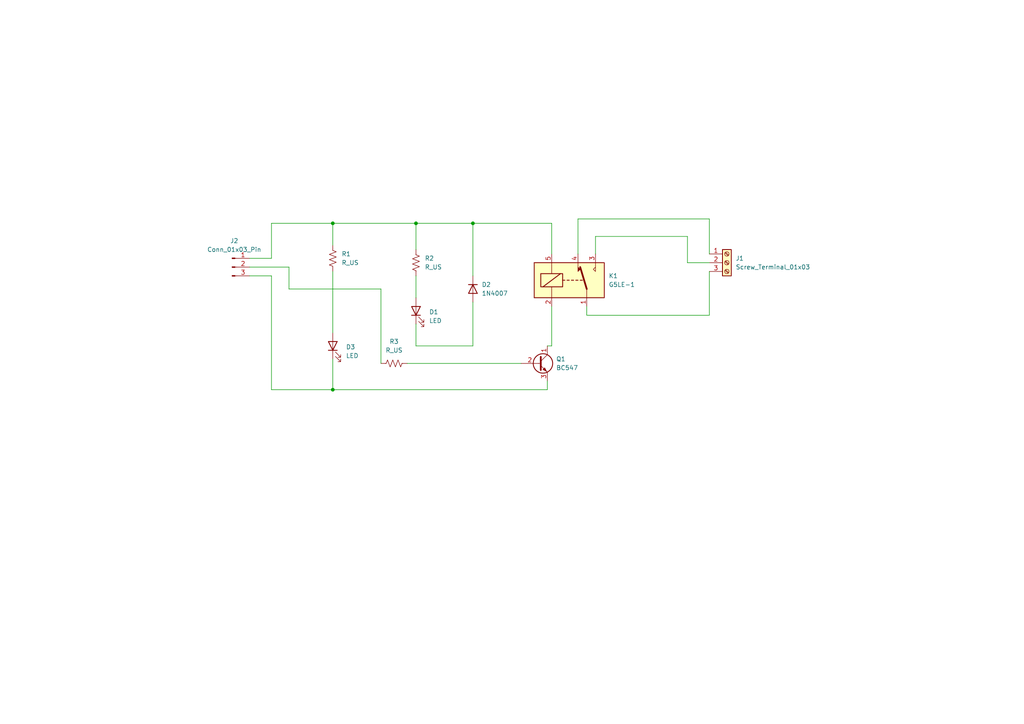
<source format=kicad_sch>
(kicad_sch
	(version 20231120)
	(generator "eeschema")
	(generator_version "8.0")
	(uuid "8e4b938e-9439-4507-86e5-ef843eae385c")
	(paper "A4")
	(lib_symbols
		(symbol "Connector:Conn_01x03_Pin"
			(pin_names
				(offset 1.016) hide)
			(exclude_from_sim no)
			(in_bom yes)
			(on_board yes)
			(property "Reference" "J"
				(at 0 5.08 0)
				(effects
					(font
						(size 1.27 1.27)
					)
				)
			)
			(property "Value" "Conn_01x03_Pin"
				(at 0 -5.08 0)
				(effects
					(font
						(size 1.27 1.27)
					)
				)
			)
			(property "Footprint" ""
				(at 0 0 0)
				(effects
					(font
						(size 1.27 1.27)
					)
					(hide yes)
				)
			)
			(property "Datasheet" "~"
				(at 0 0 0)
				(effects
					(font
						(size 1.27 1.27)
					)
					(hide yes)
				)
			)
			(property "Description" "Generic connector, single row, 01x03, script generated"
				(at 0 0 0)
				(effects
					(font
						(size 1.27 1.27)
					)
					(hide yes)
				)
			)
			(property "ki_locked" ""
				(at 0 0 0)
				(effects
					(font
						(size 1.27 1.27)
					)
				)
			)
			(property "ki_keywords" "connector"
				(at 0 0 0)
				(effects
					(font
						(size 1.27 1.27)
					)
					(hide yes)
				)
			)
			(property "ki_fp_filters" "Connector*:*_1x??_*"
				(at 0 0 0)
				(effects
					(font
						(size 1.27 1.27)
					)
					(hide yes)
				)
			)
			(symbol "Conn_01x03_Pin_1_1"
				(polyline
					(pts
						(xy 1.27 -2.54) (xy 0.8636 -2.54)
					)
					(stroke
						(width 0.1524)
						(type default)
					)
					(fill
						(type none)
					)
				)
				(polyline
					(pts
						(xy 1.27 0) (xy 0.8636 0)
					)
					(stroke
						(width 0.1524)
						(type default)
					)
					(fill
						(type none)
					)
				)
				(polyline
					(pts
						(xy 1.27 2.54) (xy 0.8636 2.54)
					)
					(stroke
						(width 0.1524)
						(type default)
					)
					(fill
						(type none)
					)
				)
				(rectangle
					(start 0.8636 -2.413)
					(end 0 -2.667)
					(stroke
						(width 0.1524)
						(type default)
					)
					(fill
						(type outline)
					)
				)
				(rectangle
					(start 0.8636 0.127)
					(end 0 -0.127)
					(stroke
						(width 0.1524)
						(type default)
					)
					(fill
						(type outline)
					)
				)
				(rectangle
					(start 0.8636 2.667)
					(end 0 2.413)
					(stroke
						(width 0.1524)
						(type default)
					)
					(fill
						(type outline)
					)
				)
				(pin passive line
					(at 5.08 2.54 180)
					(length 3.81)
					(name "Pin_1"
						(effects
							(font
								(size 1.27 1.27)
							)
						)
					)
					(number "1"
						(effects
							(font
								(size 1.27 1.27)
							)
						)
					)
				)
				(pin passive line
					(at 5.08 0 180)
					(length 3.81)
					(name "Pin_2"
						(effects
							(font
								(size 1.27 1.27)
							)
						)
					)
					(number "2"
						(effects
							(font
								(size 1.27 1.27)
							)
						)
					)
				)
				(pin passive line
					(at 5.08 -2.54 180)
					(length 3.81)
					(name "Pin_3"
						(effects
							(font
								(size 1.27 1.27)
							)
						)
					)
					(number "3"
						(effects
							(font
								(size 1.27 1.27)
							)
						)
					)
				)
			)
		)
		(symbol "Connector:Screw_Terminal_01x03"
			(pin_names
				(offset 1.016) hide)
			(exclude_from_sim no)
			(in_bom yes)
			(on_board yes)
			(property "Reference" "J"
				(at 0 5.08 0)
				(effects
					(font
						(size 1.27 1.27)
					)
				)
			)
			(property "Value" "Screw_Terminal_01x03"
				(at 0 -5.08 0)
				(effects
					(font
						(size 1.27 1.27)
					)
				)
			)
			(property "Footprint" ""
				(at 0 0 0)
				(effects
					(font
						(size 1.27 1.27)
					)
					(hide yes)
				)
			)
			(property "Datasheet" "~"
				(at 0 0 0)
				(effects
					(font
						(size 1.27 1.27)
					)
					(hide yes)
				)
			)
			(property "Description" "Generic screw terminal, single row, 01x03, script generated (kicad-library-utils/schlib/autogen/connector/)"
				(at 0 0 0)
				(effects
					(font
						(size 1.27 1.27)
					)
					(hide yes)
				)
			)
			(property "ki_keywords" "screw terminal"
				(at 0 0 0)
				(effects
					(font
						(size 1.27 1.27)
					)
					(hide yes)
				)
			)
			(property "ki_fp_filters" "TerminalBlock*:*"
				(at 0 0 0)
				(effects
					(font
						(size 1.27 1.27)
					)
					(hide yes)
				)
			)
			(symbol "Screw_Terminal_01x03_1_1"
				(rectangle
					(start -1.27 3.81)
					(end 1.27 -3.81)
					(stroke
						(width 0.254)
						(type default)
					)
					(fill
						(type background)
					)
				)
				(circle
					(center 0 -2.54)
					(radius 0.635)
					(stroke
						(width 0.1524)
						(type default)
					)
					(fill
						(type none)
					)
				)
				(polyline
					(pts
						(xy -0.5334 -2.2098) (xy 0.3302 -3.048)
					)
					(stroke
						(width 0.1524)
						(type default)
					)
					(fill
						(type none)
					)
				)
				(polyline
					(pts
						(xy -0.5334 0.3302) (xy 0.3302 -0.508)
					)
					(stroke
						(width 0.1524)
						(type default)
					)
					(fill
						(type none)
					)
				)
				(polyline
					(pts
						(xy -0.5334 2.8702) (xy 0.3302 2.032)
					)
					(stroke
						(width 0.1524)
						(type default)
					)
					(fill
						(type none)
					)
				)
				(polyline
					(pts
						(xy -0.3556 -2.032) (xy 0.508 -2.8702)
					)
					(stroke
						(width 0.1524)
						(type default)
					)
					(fill
						(type none)
					)
				)
				(polyline
					(pts
						(xy -0.3556 0.508) (xy 0.508 -0.3302)
					)
					(stroke
						(width 0.1524)
						(type default)
					)
					(fill
						(type none)
					)
				)
				(polyline
					(pts
						(xy -0.3556 3.048) (xy 0.508 2.2098)
					)
					(stroke
						(width 0.1524)
						(type default)
					)
					(fill
						(type none)
					)
				)
				(circle
					(center 0 0)
					(radius 0.635)
					(stroke
						(width 0.1524)
						(type default)
					)
					(fill
						(type none)
					)
				)
				(circle
					(center 0 2.54)
					(radius 0.635)
					(stroke
						(width 0.1524)
						(type default)
					)
					(fill
						(type none)
					)
				)
				(pin passive line
					(at -5.08 2.54 0)
					(length 3.81)
					(name "Pin_1"
						(effects
							(font
								(size 1.27 1.27)
							)
						)
					)
					(number "1"
						(effects
							(font
								(size 1.27 1.27)
							)
						)
					)
				)
				(pin passive line
					(at -5.08 0 0)
					(length 3.81)
					(name "Pin_2"
						(effects
							(font
								(size 1.27 1.27)
							)
						)
					)
					(number "2"
						(effects
							(font
								(size 1.27 1.27)
							)
						)
					)
				)
				(pin passive line
					(at -5.08 -2.54 0)
					(length 3.81)
					(name "Pin_3"
						(effects
							(font
								(size 1.27 1.27)
							)
						)
					)
					(number "3"
						(effects
							(font
								(size 1.27 1.27)
							)
						)
					)
				)
			)
		)
		(symbol "Device:LED"
			(pin_numbers hide)
			(pin_names
				(offset 1.016) hide)
			(exclude_from_sim no)
			(in_bom yes)
			(on_board yes)
			(property "Reference" "D"
				(at 0 2.54 0)
				(effects
					(font
						(size 1.27 1.27)
					)
				)
			)
			(property "Value" "LED"
				(at 0 -2.54 0)
				(effects
					(font
						(size 1.27 1.27)
					)
				)
			)
			(property "Footprint" ""
				(at 0 0 0)
				(effects
					(font
						(size 1.27 1.27)
					)
					(hide yes)
				)
			)
			(property "Datasheet" "~"
				(at 0 0 0)
				(effects
					(font
						(size 1.27 1.27)
					)
					(hide yes)
				)
			)
			(property "Description" "Light emitting diode"
				(at 0 0 0)
				(effects
					(font
						(size 1.27 1.27)
					)
					(hide yes)
				)
			)
			(property "ki_keywords" "LED diode"
				(at 0 0 0)
				(effects
					(font
						(size 1.27 1.27)
					)
					(hide yes)
				)
			)
			(property "ki_fp_filters" "LED* LED_SMD:* LED_THT:*"
				(at 0 0 0)
				(effects
					(font
						(size 1.27 1.27)
					)
					(hide yes)
				)
			)
			(symbol "LED_0_1"
				(polyline
					(pts
						(xy -1.27 -1.27) (xy -1.27 1.27)
					)
					(stroke
						(width 0.254)
						(type default)
					)
					(fill
						(type none)
					)
				)
				(polyline
					(pts
						(xy -1.27 0) (xy 1.27 0)
					)
					(stroke
						(width 0)
						(type default)
					)
					(fill
						(type none)
					)
				)
				(polyline
					(pts
						(xy 1.27 -1.27) (xy 1.27 1.27) (xy -1.27 0) (xy 1.27 -1.27)
					)
					(stroke
						(width 0.254)
						(type default)
					)
					(fill
						(type none)
					)
				)
				(polyline
					(pts
						(xy -3.048 -0.762) (xy -4.572 -2.286) (xy -3.81 -2.286) (xy -4.572 -2.286) (xy -4.572 -1.524)
					)
					(stroke
						(width 0)
						(type default)
					)
					(fill
						(type none)
					)
				)
				(polyline
					(pts
						(xy -1.778 -0.762) (xy -3.302 -2.286) (xy -2.54 -2.286) (xy -3.302 -2.286) (xy -3.302 -1.524)
					)
					(stroke
						(width 0)
						(type default)
					)
					(fill
						(type none)
					)
				)
			)
			(symbol "LED_1_1"
				(pin passive line
					(at -3.81 0 0)
					(length 2.54)
					(name "K"
						(effects
							(font
								(size 1.27 1.27)
							)
						)
					)
					(number "1"
						(effects
							(font
								(size 1.27 1.27)
							)
						)
					)
				)
				(pin passive line
					(at 3.81 0 180)
					(length 2.54)
					(name "A"
						(effects
							(font
								(size 1.27 1.27)
							)
						)
					)
					(number "2"
						(effects
							(font
								(size 1.27 1.27)
							)
						)
					)
				)
			)
		)
		(symbol "Device:R_US"
			(pin_numbers hide)
			(pin_names
				(offset 0)
			)
			(exclude_from_sim no)
			(in_bom yes)
			(on_board yes)
			(property "Reference" "R"
				(at 2.54 0 90)
				(effects
					(font
						(size 1.27 1.27)
					)
				)
			)
			(property "Value" "R_US"
				(at -2.54 0 90)
				(effects
					(font
						(size 1.27 1.27)
					)
				)
			)
			(property "Footprint" ""
				(at 1.016 -0.254 90)
				(effects
					(font
						(size 1.27 1.27)
					)
					(hide yes)
				)
			)
			(property "Datasheet" "~"
				(at 0 0 0)
				(effects
					(font
						(size 1.27 1.27)
					)
					(hide yes)
				)
			)
			(property "Description" "Resistor, US symbol"
				(at 0 0 0)
				(effects
					(font
						(size 1.27 1.27)
					)
					(hide yes)
				)
			)
			(property "ki_keywords" "R res resistor"
				(at 0 0 0)
				(effects
					(font
						(size 1.27 1.27)
					)
					(hide yes)
				)
			)
			(property "ki_fp_filters" "R_*"
				(at 0 0 0)
				(effects
					(font
						(size 1.27 1.27)
					)
					(hide yes)
				)
			)
			(symbol "R_US_0_1"
				(polyline
					(pts
						(xy 0 -2.286) (xy 0 -2.54)
					)
					(stroke
						(width 0)
						(type default)
					)
					(fill
						(type none)
					)
				)
				(polyline
					(pts
						(xy 0 2.286) (xy 0 2.54)
					)
					(stroke
						(width 0)
						(type default)
					)
					(fill
						(type none)
					)
				)
				(polyline
					(pts
						(xy 0 -0.762) (xy 1.016 -1.143) (xy 0 -1.524) (xy -1.016 -1.905) (xy 0 -2.286)
					)
					(stroke
						(width 0)
						(type default)
					)
					(fill
						(type none)
					)
				)
				(polyline
					(pts
						(xy 0 0.762) (xy 1.016 0.381) (xy 0 0) (xy -1.016 -0.381) (xy 0 -0.762)
					)
					(stroke
						(width 0)
						(type default)
					)
					(fill
						(type none)
					)
				)
				(polyline
					(pts
						(xy 0 2.286) (xy 1.016 1.905) (xy 0 1.524) (xy -1.016 1.143) (xy 0 0.762)
					)
					(stroke
						(width 0)
						(type default)
					)
					(fill
						(type none)
					)
				)
			)
			(symbol "R_US_1_1"
				(pin passive line
					(at 0 3.81 270)
					(length 1.27)
					(name "~"
						(effects
							(font
								(size 1.27 1.27)
							)
						)
					)
					(number "1"
						(effects
							(font
								(size 1.27 1.27)
							)
						)
					)
				)
				(pin passive line
					(at 0 -3.81 90)
					(length 1.27)
					(name "~"
						(effects
							(font
								(size 1.27 1.27)
							)
						)
					)
					(number "2"
						(effects
							(font
								(size 1.27 1.27)
							)
						)
					)
				)
			)
		)
		(symbol "Diode:1N4007"
			(pin_numbers hide)
			(pin_names hide)
			(exclude_from_sim no)
			(in_bom yes)
			(on_board yes)
			(property "Reference" "D"
				(at 0 2.54 0)
				(effects
					(font
						(size 1.27 1.27)
					)
				)
			)
			(property "Value" "1N4007"
				(at 0 -2.54 0)
				(effects
					(font
						(size 1.27 1.27)
					)
				)
			)
			(property "Footprint" "Diode_THT:D_DO-41_SOD81_P10.16mm_Horizontal"
				(at 0 -4.445 0)
				(effects
					(font
						(size 1.27 1.27)
					)
					(hide yes)
				)
			)
			(property "Datasheet" "http://www.vishay.com/docs/88503/1n4001.pdf"
				(at 0 0 0)
				(effects
					(font
						(size 1.27 1.27)
					)
					(hide yes)
				)
			)
			(property "Description" "1000V 1A General Purpose Rectifier Diode, DO-41"
				(at 0 0 0)
				(effects
					(font
						(size 1.27 1.27)
					)
					(hide yes)
				)
			)
			(property "Sim.Device" "D"
				(at 0 0 0)
				(effects
					(font
						(size 1.27 1.27)
					)
					(hide yes)
				)
			)
			(property "Sim.Pins" "1=K 2=A"
				(at 0 0 0)
				(effects
					(font
						(size 1.27 1.27)
					)
					(hide yes)
				)
			)
			(property "ki_keywords" "diode"
				(at 0 0 0)
				(effects
					(font
						(size 1.27 1.27)
					)
					(hide yes)
				)
			)
			(property "ki_fp_filters" "D*DO?41*"
				(at 0 0 0)
				(effects
					(font
						(size 1.27 1.27)
					)
					(hide yes)
				)
			)
			(symbol "1N4007_0_1"
				(polyline
					(pts
						(xy -1.27 1.27) (xy -1.27 -1.27)
					)
					(stroke
						(width 0.254)
						(type default)
					)
					(fill
						(type none)
					)
				)
				(polyline
					(pts
						(xy 1.27 0) (xy -1.27 0)
					)
					(stroke
						(width 0)
						(type default)
					)
					(fill
						(type none)
					)
				)
				(polyline
					(pts
						(xy 1.27 1.27) (xy 1.27 -1.27) (xy -1.27 0) (xy 1.27 1.27)
					)
					(stroke
						(width 0.254)
						(type default)
					)
					(fill
						(type none)
					)
				)
			)
			(symbol "1N4007_1_1"
				(pin passive line
					(at -3.81 0 0)
					(length 2.54)
					(name "K"
						(effects
							(font
								(size 1.27 1.27)
							)
						)
					)
					(number "1"
						(effects
							(font
								(size 1.27 1.27)
							)
						)
					)
				)
				(pin passive line
					(at 3.81 0 180)
					(length 2.54)
					(name "A"
						(effects
							(font
								(size 1.27 1.27)
							)
						)
					)
					(number "2"
						(effects
							(font
								(size 1.27 1.27)
							)
						)
					)
				)
			)
		)
		(symbol "Relay:G5LE-1"
			(exclude_from_sim no)
			(in_bom yes)
			(on_board yes)
			(property "Reference" "K"
				(at 11.43 3.81 0)
				(effects
					(font
						(size 1.27 1.27)
					)
					(justify left)
				)
			)
			(property "Value" "G5LE-1"
				(at 11.43 1.27 0)
				(effects
					(font
						(size 1.27 1.27)
					)
					(justify left)
				)
			)
			(property "Footprint" "Relay_THT:Relay_SPDT_Omron-G5LE-1"
				(at 11.43 -1.27 0)
				(effects
					(font
						(size 1.27 1.27)
					)
					(justify left)
					(hide yes)
				)
			)
			(property "Datasheet" "http://www.omron.com/ecb/products/pdf/en-g5le.pdf"
				(at 0 0 0)
				(effects
					(font
						(size 1.27 1.27)
					)
					(hide yes)
				)
			)
			(property "Description" "Omron G5LE relay, Miniature Single Pole, SPDT, 10A"
				(at 0 0 0)
				(effects
					(font
						(size 1.27 1.27)
					)
					(hide yes)
				)
			)
			(property "ki_keywords" "Miniature Single Pole Relay"
				(at 0 0 0)
				(effects
					(font
						(size 1.27 1.27)
					)
					(hide yes)
				)
			)
			(property "ki_fp_filters" "Relay*SPDT*Omron*G5LE?1*"
				(at 0 0 0)
				(effects
					(font
						(size 1.27 1.27)
					)
					(hide yes)
				)
			)
			(symbol "G5LE-1_0_0"
				(polyline
					(pts
						(xy 7.62 5.08) (xy 7.62 2.54) (xy 6.985 3.175) (xy 7.62 3.81)
					)
					(stroke
						(width 0)
						(type default)
					)
					(fill
						(type none)
					)
				)
			)
			(symbol "G5LE-1_0_1"
				(rectangle
					(start -10.16 5.08)
					(end 10.16 -5.08)
					(stroke
						(width 0.254)
						(type default)
					)
					(fill
						(type background)
					)
				)
				(rectangle
					(start -8.255 1.905)
					(end -1.905 -1.905)
					(stroke
						(width 0.254)
						(type default)
					)
					(fill
						(type none)
					)
				)
				(polyline
					(pts
						(xy -7.62 -1.905) (xy -2.54 1.905)
					)
					(stroke
						(width 0.254)
						(type default)
					)
					(fill
						(type none)
					)
				)
				(polyline
					(pts
						(xy -5.08 -5.08) (xy -5.08 -1.905)
					)
					(stroke
						(width 0)
						(type default)
					)
					(fill
						(type none)
					)
				)
				(polyline
					(pts
						(xy -5.08 5.08) (xy -5.08 1.905)
					)
					(stroke
						(width 0)
						(type default)
					)
					(fill
						(type none)
					)
				)
				(polyline
					(pts
						(xy -1.905 0) (xy -1.27 0)
					)
					(stroke
						(width 0.254)
						(type default)
					)
					(fill
						(type none)
					)
				)
				(polyline
					(pts
						(xy -0.635 0) (xy 0 0)
					)
					(stroke
						(width 0.254)
						(type default)
					)
					(fill
						(type none)
					)
				)
				(polyline
					(pts
						(xy 0.635 0) (xy 1.27 0)
					)
					(stroke
						(width 0.254)
						(type default)
					)
					(fill
						(type none)
					)
				)
				(polyline
					(pts
						(xy 1.905 0) (xy 2.54 0)
					)
					(stroke
						(width 0.254)
						(type default)
					)
					(fill
						(type none)
					)
				)
				(polyline
					(pts
						(xy 3.175 0) (xy 3.81 0)
					)
					(stroke
						(width 0.254)
						(type default)
					)
					(fill
						(type none)
					)
				)
				(polyline
					(pts
						(xy 5.08 -2.54) (xy 3.175 3.81)
					)
					(stroke
						(width 0.508)
						(type default)
					)
					(fill
						(type none)
					)
				)
				(polyline
					(pts
						(xy 5.08 -2.54) (xy 5.08 -5.08)
					)
					(stroke
						(width 0)
						(type default)
					)
					(fill
						(type none)
					)
				)
				(polyline
					(pts
						(xy 2.54 5.08) (xy 2.54 2.54) (xy 3.175 3.175) (xy 2.54 3.81)
					)
					(stroke
						(width 0)
						(type default)
					)
					(fill
						(type outline)
					)
				)
			)
			(symbol "G5LE-1_1_1"
				(pin passive line
					(at 5.08 -7.62 90)
					(length 2.54)
					(name "~"
						(effects
							(font
								(size 1.27 1.27)
							)
						)
					)
					(number "1"
						(effects
							(font
								(size 1.27 1.27)
							)
						)
					)
				)
				(pin passive line
					(at -5.08 -7.62 90)
					(length 2.54)
					(name "~"
						(effects
							(font
								(size 1.27 1.27)
							)
						)
					)
					(number "2"
						(effects
							(font
								(size 1.27 1.27)
							)
						)
					)
				)
				(pin passive line
					(at 7.62 7.62 270)
					(length 2.54)
					(name "~"
						(effects
							(font
								(size 1.27 1.27)
							)
						)
					)
					(number "3"
						(effects
							(font
								(size 1.27 1.27)
							)
						)
					)
				)
				(pin passive line
					(at 2.54 7.62 270)
					(length 2.54)
					(name "~"
						(effects
							(font
								(size 1.27 1.27)
							)
						)
					)
					(number "4"
						(effects
							(font
								(size 1.27 1.27)
							)
						)
					)
				)
				(pin passive line
					(at -5.08 7.62 270)
					(length 2.54)
					(name "~"
						(effects
							(font
								(size 1.27 1.27)
							)
						)
					)
					(number "5"
						(effects
							(font
								(size 1.27 1.27)
							)
						)
					)
				)
			)
		)
		(symbol "Transistor_BJT:BC547"
			(pin_names
				(offset 0) hide)
			(exclude_from_sim no)
			(in_bom yes)
			(on_board yes)
			(property "Reference" "Q"
				(at 5.08 1.905 0)
				(effects
					(font
						(size 1.27 1.27)
					)
					(justify left)
				)
			)
			(property "Value" "BC547"
				(at 5.08 0 0)
				(effects
					(font
						(size 1.27 1.27)
					)
					(justify left)
				)
			)
			(property "Footprint" "Package_TO_SOT_THT:TO-92_Inline"
				(at 5.08 -1.905 0)
				(effects
					(font
						(size 1.27 1.27)
						(italic yes)
					)
					(justify left)
					(hide yes)
				)
			)
			(property "Datasheet" "https://www.onsemi.com/pub/Collateral/BC550-D.pdf"
				(at 0 0 0)
				(effects
					(font
						(size 1.27 1.27)
					)
					(justify left)
					(hide yes)
				)
			)
			(property "Description" "0.1A Ic, 45V Vce, Small Signal NPN Transistor, TO-92"
				(at 0 0 0)
				(effects
					(font
						(size 1.27 1.27)
					)
					(hide yes)
				)
			)
			(property "ki_keywords" "NPN Transistor"
				(at 0 0 0)
				(effects
					(font
						(size 1.27 1.27)
					)
					(hide yes)
				)
			)
			(property "ki_fp_filters" "TO?92*"
				(at 0 0 0)
				(effects
					(font
						(size 1.27 1.27)
					)
					(hide yes)
				)
			)
			(symbol "BC547_0_1"
				(polyline
					(pts
						(xy 0 0) (xy 0.635 0)
					)
					(stroke
						(width 0)
						(type default)
					)
					(fill
						(type none)
					)
				)
				(polyline
					(pts
						(xy 0.635 0.635) (xy 2.54 2.54)
					)
					(stroke
						(width 0)
						(type default)
					)
					(fill
						(type none)
					)
				)
				(polyline
					(pts
						(xy 0.635 -0.635) (xy 2.54 -2.54) (xy 2.54 -2.54)
					)
					(stroke
						(width 0)
						(type default)
					)
					(fill
						(type none)
					)
				)
				(polyline
					(pts
						(xy 0.635 1.905) (xy 0.635 -1.905) (xy 0.635 -1.905)
					)
					(stroke
						(width 0.508)
						(type default)
					)
					(fill
						(type none)
					)
				)
				(polyline
					(pts
						(xy 1.27 -1.778) (xy 1.778 -1.27) (xy 2.286 -2.286) (xy 1.27 -1.778) (xy 1.27 -1.778)
					)
					(stroke
						(width 0)
						(type default)
					)
					(fill
						(type outline)
					)
				)
				(circle
					(center 1.27 0)
					(radius 2.8194)
					(stroke
						(width 0.254)
						(type default)
					)
					(fill
						(type none)
					)
				)
			)
			(symbol "BC547_1_1"
				(pin passive line
					(at 2.54 5.08 270)
					(length 2.54)
					(name "C"
						(effects
							(font
								(size 1.27 1.27)
							)
						)
					)
					(number "1"
						(effects
							(font
								(size 1.27 1.27)
							)
						)
					)
				)
				(pin input line
					(at -5.08 0 0)
					(length 5.08)
					(name "B"
						(effects
							(font
								(size 1.27 1.27)
							)
						)
					)
					(number "2"
						(effects
							(font
								(size 1.27 1.27)
							)
						)
					)
				)
				(pin passive line
					(at 2.54 -5.08 90)
					(length 2.54)
					(name "E"
						(effects
							(font
								(size 1.27 1.27)
							)
						)
					)
					(number "3"
						(effects
							(font
								(size 1.27 1.27)
							)
						)
					)
				)
			)
		)
	)
	(junction
		(at 137.16 64.77)
		(diameter 0)
		(color 0 0 0 0)
		(uuid "22d930ce-9e04-43ad-ba71-6a81385135b8")
	)
	(junction
		(at 96.52 113.03)
		(diameter 0)
		(color 0 0 0 0)
		(uuid "38587961-6294-4c6a-91ad-261dff72afdb")
	)
	(junction
		(at 96.52 64.77)
		(diameter 0)
		(color 0 0 0 0)
		(uuid "44e0f1c8-e14a-4785-bf0f-7828a2e00cc3")
	)
	(junction
		(at 120.65 64.77)
		(diameter 0)
		(color 0 0 0 0)
		(uuid "ef454329-4b2f-438b-a65a-6fc685cc8fdf")
	)
	(wire
		(pts
			(xy 199.39 68.58) (xy 172.72 68.58)
		)
		(stroke
			(width 0)
			(type default)
		)
		(uuid "0075dc32-3ff3-4876-a04e-c2f423b9fb03")
	)
	(wire
		(pts
			(xy 83.82 77.47) (xy 72.39 77.47)
		)
		(stroke
			(width 0)
			(type default)
		)
		(uuid "0234c77d-2d24-4777-aa15-3efc975974a5")
	)
	(wire
		(pts
			(xy 167.64 63.5) (xy 167.64 73.66)
		)
		(stroke
			(width 0)
			(type default)
		)
		(uuid "03af02b1-56c0-44be-9875-5045dbf13ed2")
	)
	(wire
		(pts
			(xy 96.52 113.03) (xy 78.74 113.03)
		)
		(stroke
			(width 0)
			(type default)
		)
		(uuid "081106d7-42b0-4e31-9356-0a3d9be219f4")
	)
	(wire
		(pts
			(xy 158.75 110.49) (xy 158.75 113.03)
		)
		(stroke
			(width 0)
			(type default)
		)
		(uuid "0ac933e7-f63d-47aa-8f7f-68948523caa8")
	)
	(wire
		(pts
			(xy 205.74 73.66) (xy 205.74 63.5)
		)
		(stroke
			(width 0)
			(type default)
		)
		(uuid "0b5bb79f-1b39-44bf-ab98-f7bba92904c0")
	)
	(wire
		(pts
			(xy 120.65 64.77) (xy 137.16 64.77)
		)
		(stroke
			(width 0)
			(type default)
		)
		(uuid "1b3c6c41-633e-493b-9c60-ba56095d504b")
	)
	(wire
		(pts
			(xy 120.65 64.77) (xy 120.65 72.39)
		)
		(stroke
			(width 0)
			(type default)
		)
		(uuid "22e20650-f673-4c78-b0be-b4e03c4e4ea4")
	)
	(wire
		(pts
			(xy 78.74 64.77) (xy 96.52 64.77)
		)
		(stroke
			(width 0)
			(type default)
		)
		(uuid "23a392f7-8aee-4a93-b6c6-ced70d806911")
	)
	(wire
		(pts
			(xy 137.16 80.01) (xy 137.16 64.77)
		)
		(stroke
			(width 0)
			(type default)
		)
		(uuid "24114626-9ab4-413d-9fd5-a5ddd1726424")
	)
	(wire
		(pts
			(xy 78.74 113.03) (xy 78.74 80.01)
		)
		(stroke
			(width 0)
			(type default)
		)
		(uuid "28307efe-4882-4dc1-9040-ad5917c22b5b")
	)
	(wire
		(pts
			(xy 160.02 73.66) (xy 160.02 64.77)
		)
		(stroke
			(width 0)
			(type default)
		)
		(uuid "39248ff2-2ee1-4052-839a-0d705dc8d85b")
	)
	(wire
		(pts
			(xy 83.82 83.82) (xy 83.82 77.47)
		)
		(stroke
			(width 0)
			(type default)
		)
		(uuid "4612fa2d-f94a-4783-ab87-c95a028a1629")
	)
	(wire
		(pts
			(xy 170.18 91.44) (xy 170.18 88.9)
		)
		(stroke
			(width 0)
			(type default)
		)
		(uuid "4aba5269-3598-43a8-90f2-dfd45a0118cd")
	)
	(wire
		(pts
			(xy 72.39 74.93) (xy 78.74 74.93)
		)
		(stroke
			(width 0)
			(type default)
		)
		(uuid "4eab58c1-a2b6-4e34-8386-7e9c1c512cb2")
	)
	(wire
		(pts
			(xy 110.49 83.82) (xy 110.49 105.41)
		)
		(stroke
			(width 0)
			(type default)
		)
		(uuid "5b24785e-74ee-4c6e-b8c3-81c5f56910a7")
	)
	(wire
		(pts
			(xy 199.39 76.2) (xy 199.39 68.58)
		)
		(stroke
			(width 0)
			(type default)
		)
		(uuid "5cdc9f1a-f57d-4205-acb3-df30a91f0395")
	)
	(wire
		(pts
			(xy 96.52 64.77) (xy 96.52 71.12)
		)
		(stroke
			(width 0)
			(type default)
		)
		(uuid "6b4c2d03-faad-4394-9d1e-27eedf7b3cef")
	)
	(wire
		(pts
			(xy 158.75 113.03) (xy 96.52 113.03)
		)
		(stroke
			(width 0)
			(type default)
		)
		(uuid "6d4743c9-c5b8-45d1-ac60-e13068c3bdf4")
	)
	(wire
		(pts
			(xy 78.74 74.93) (xy 78.74 64.77)
		)
		(stroke
			(width 0)
			(type default)
		)
		(uuid "6de5da96-274f-4ceb-b535-bc9e94d1fc57")
	)
	(wire
		(pts
			(xy 110.49 83.82) (xy 83.82 83.82)
		)
		(stroke
			(width 0)
			(type default)
		)
		(uuid "7e4b3abe-9a12-4ac3-8599-543f1020d132")
	)
	(wire
		(pts
			(xy 96.52 64.77) (xy 120.65 64.77)
		)
		(stroke
			(width 0)
			(type default)
		)
		(uuid "877ee288-ad99-43d2-aadb-a9a8ca90c9df")
	)
	(wire
		(pts
			(xy 72.39 80.01) (xy 78.74 80.01)
		)
		(stroke
			(width 0)
			(type default)
		)
		(uuid "87eb07bd-5d6b-4e9a-bfe9-2eddca2998f1")
	)
	(wire
		(pts
			(xy 120.65 80.01) (xy 120.65 86.36)
		)
		(stroke
			(width 0)
			(type default)
		)
		(uuid "9088edf2-f178-4a56-ba90-8c7afae7c0e4")
	)
	(wire
		(pts
			(xy 137.16 87.63) (xy 137.16 100.33)
		)
		(stroke
			(width 0)
			(type default)
		)
		(uuid "99d7611b-f79d-401b-b584-c6822195e231")
	)
	(wire
		(pts
			(xy 172.72 68.58) (xy 172.72 73.66)
		)
		(stroke
			(width 0)
			(type default)
		)
		(uuid "9eaf670a-42cf-41ea-9ff8-5775af990e5a")
	)
	(wire
		(pts
			(xy 120.65 93.98) (xy 120.65 100.33)
		)
		(stroke
			(width 0)
			(type default)
		)
		(uuid "9f53d573-db80-442b-846e-1d5ed1a0836d")
	)
	(wire
		(pts
			(xy 205.74 91.44) (xy 170.18 91.44)
		)
		(stroke
			(width 0)
			(type default)
		)
		(uuid "9f5cb332-ba48-411e-a7a8-66eda493296e")
	)
	(wire
		(pts
			(xy 118.11 105.41) (xy 151.13 105.41)
		)
		(stroke
			(width 0)
			(type default)
		)
		(uuid "a33acb3d-0ec1-4e47-905c-f7f9d82ddfb6")
	)
	(wire
		(pts
			(xy 120.65 100.33) (xy 137.16 100.33)
		)
		(stroke
			(width 0)
			(type default)
		)
		(uuid "a4228cf4-d8a9-4923-bc9a-65d68399b1bc")
	)
	(wire
		(pts
			(xy 96.52 104.14) (xy 96.52 113.03)
		)
		(stroke
			(width 0)
			(type default)
		)
		(uuid "b5066b96-8690-435b-96ce-1c42d7db1bfb")
	)
	(wire
		(pts
			(xy 96.52 78.74) (xy 96.52 96.52)
		)
		(stroke
			(width 0)
			(type default)
		)
		(uuid "becc3ff6-abdc-45d9-83ab-1c15403df068")
	)
	(wire
		(pts
			(xy 205.74 63.5) (xy 167.64 63.5)
		)
		(stroke
			(width 0)
			(type default)
		)
		(uuid "c19a55ae-8bc4-4c59-b6e9-147e6f84c05c")
	)
	(wire
		(pts
			(xy 205.74 78.74) (xy 205.74 91.44)
		)
		(stroke
			(width 0)
			(type default)
		)
		(uuid "ce7c30bb-05a0-43e8-9b06-8b4396d345f1")
	)
	(wire
		(pts
			(xy 160.02 100.33) (xy 160.02 88.9)
		)
		(stroke
			(width 0)
			(type default)
		)
		(uuid "cf765d3a-a1e3-4e18-9a1e-d889737be108")
	)
	(wire
		(pts
			(xy 158.75 100.33) (xy 160.02 100.33)
		)
		(stroke
			(width 0)
			(type default)
		)
		(uuid "d5c58596-4a28-4f9f-ab28-d90c9e512077")
	)
	(wire
		(pts
			(xy 160.02 64.77) (xy 137.16 64.77)
		)
		(stroke
			(width 0)
			(type default)
		)
		(uuid "eef4db2b-44fc-4cd0-9b98-891f63dae07e")
	)
	(wire
		(pts
			(xy 205.74 76.2) (xy 199.39 76.2)
		)
		(stroke
			(width 0)
			(type default)
		)
		(uuid "f92d377d-5a19-4c2d-998a-3fc64236fda2")
	)
	(symbol
		(lib_id "Diode:1N4007")
		(at 137.16 83.82 270)
		(unit 1)
		(exclude_from_sim no)
		(in_bom yes)
		(on_board yes)
		(dnp no)
		(fields_autoplaced yes)
		(uuid "068c5779-a08a-4ccd-a685-689c3e1499bb")
		(property "Reference" "D2"
			(at 139.7 82.5499 90)
			(effects
				(font
					(size 1.27 1.27)
				)
				(justify left)
			)
		)
		(property "Value" "1N4007"
			(at 139.7 85.0899 90)
			(effects
				(font
					(size 1.27 1.27)
				)
				(justify left)
			)
		)
		(property "Footprint" "Diode_THT:D_DO-41_SOD81_P10.16mm_Horizontal"
			(at 132.715 83.82 0)
			(effects
				(font
					(size 1.27 1.27)
				)
				(hide yes)
			)
		)
		(property "Datasheet" "http://www.vishay.com/docs/88503/1n4001.pdf"
			(at 137.16 83.82 0)
			(effects
				(font
					(size 1.27 1.27)
				)
				(hide yes)
			)
		)
		(property "Description" "1000V 1A General Purpose Rectifier Diode, DO-41"
			(at 137.16 83.82 0)
			(effects
				(font
					(size 1.27 1.27)
				)
				(hide yes)
			)
		)
		(property "Sim.Device" "D"
			(at 137.16 83.82 0)
			(effects
				(font
					(size 1.27 1.27)
				)
				(hide yes)
			)
		)
		(property "Sim.Pins" "1=K 2=A"
			(at 137.16 83.82 0)
			(effects
				(font
					(size 1.27 1.27)
				)
				(hide yes)
			)
		)
		(pin "2"
			(uuid "50575b68-43f0-4560-ba43-70c9196212c9")
		)
		(pin "1"
			(uuid "bc1ca145-1f2d-477f-bfe3-4b86dcace871")
		)
		(instances
			(project ""
				(path "/8e4b938e-9439-4507-86e5-ef843eae385c"
					(reference "D2")
					(unit 1)
				)
			)
		)
	)
	(symbol
		(lib_id "Transistor_BJT:BC547")
		(at 156.21 105.41 0)
		(unit 1)
		(exclude_from_sim no)
		(in_bom yes)
		(on_board yes)
		(dnp no)
		(fields_autoplaced yes)
		(uuid "28f28b59-65e3-4a76-a53f-a5cfc4001540")
		(property "Reference" "Q1"
			(at 161.29 104.1399 0)
			(effects
				(font
					(size 1.27 1.27)
				)
				(justify left)
			)
		)
		(property "Value" "BC547"
			(at 161.29 106.6799 0)
			(effects
				(font
					(size 1.27 1.27)
				)
				(justify left)
			)
		)
		(property "Footprint" "Package_TO_SOT_THT:TO-92_Inline"
			(at 161.29 107.315 0)
			(effects
				(font
					(size 1.27 1.27)
					(italic yes)
				)
				(justify left)
				(hide yes)
			)
		)
		(property "Datasheet" "https://www.onsemi.com/pub/Collateral/BC550-D.pdf"
			(at 156.21 105.41 0)
			(effects
				(font
					(size 1.27 1.27)
				)
				(justify left)
				(hide yes)
			)
		)
		(property "Description" "0.1A Ic, 45V Vce, Small Signal NPN Transistor, TO-92"
			(at 156.21 105.41 0)
			(effects
				(font
					(size 1.27 1.27)
				)
				(hide yes)
			)
		)
		(pin "1"
			(uuid "fd2774d4-e166-426d-ac82-536b5dd512c6")
		)
		(pin "3"
			(uuid "a9e6773d-a787-40a9-95c1-bf971040f646")
		)
		(pin "2"
			(uuid "cf6a93f4-4506-4451-9d41-45a748172d79")
		)
		(instances
			(project ""
				(path "/8e4b938e-9439-4507-86e5-ef843eae385c"
					(reference "Q1")
					(unit 1)
				)
			)
		)
	)
	(symbol
		(lib_id "Device:LED")
		(at 96.52 100.33 90)
		(unit 1)
		(exclude_from_sim no)
		(in_bom yes)
		(on_board yes)
		(dnp no)
		(fields_autoplaced yes)
		(uuid "310818de-c16a-4897-9ecf-7a8267d13873")
		(property "Reference" "D3"
			(at 100.33 100.6474 90)
			(effects
				(font
					(size 1.27 1.27)
				)
				(justify right)
			)
		)
		(property "Value" "LED"
			(at 100.33 103.1874 90)
			(effects
				(font
					(size 1.27 1.27)
				)
				(justify right)
			)
		)
		(property "Footprint" "LED_THT:LED_D3.0mm"
			(at 96.52 100.33 0)
			(effects
				(font
					(size 1.27 1.27)
				)
				(hide yes)
			)
		)
		(property "Datasheet" "~"
			(at 96.52 100.33 0)
			(effects
				(font
					(size 1.27 1.27)
				)
				(hide yes)
			)
		)
		(property "Description" "Light emitting diode"
			(at 96.52 100.33 0)
			(effects
				(font
					(size 1.27 1.27)
				)
				(hide yes)
			)
		)
		(pin "1"
			(uuid "9254032e-e548-4122-a17b-c992a8311c93")
		)
		(pin "2"
			(uuid "e3444f28-c220-4c49-a99b-04d177327af0")
		)
		(instances
			(project "PCB Design Folder"
				(path "/8e4b938e-9439-4507-86e5-ef843eae385c"
					(reference "D3")
					(unit 1)
				)
			)
		)
	)
	(symbol
		(lib_id "Device:R_US")
		(at 96.52 74.93 0)
		(unit 1)
		(exclude_from_sim no)
		(in_bom yes)
		(on_board yes)
		(dnp no)
		(fields_autoplaced yes)
		(uuid "33fa397d-668b-4465-947f-92fe6a8f70d0")
		(property "Reference" "R1"
			(at 99.06 73.6599 0)
			(effects
				(font
					(size 1.27 1.27)
				)
				(justify left)
			)
		)
		(property "Value" "R_US"
			(at 99.06 76.1999 0)
			(effects
				(font
					(size 1.27 1.27)
				)
				(justify left)
			)
		)
		(property "Footprint" "Resistor_THT:R_Axial_DIN0204_L3.6mm_D1.6mm_P5.08mm_Horizontal"
			(at 97.536 75.184 90)
			(effects
				(font
					(size 1.27 1.27)
				)
				(hide yes)
			)
		)
		(property "Datasheet" "~"
			(at 96.52 74.93 0)
			(effects
				(font
					(size 1.27 1.27)
				)
				(hide yes)
			)
		)
		(property "Description" "Resistor, US symbol"
			(at 96.52 74.93 0)
			(effects
				(font
					(size 1.27 1.27)
				)
				(hide yes)
			)
		)
		(pin "1"
			(uuid "7ff3ad4a-daa0-40e5-9dec-2623718b5906")
		)
		(pin "2"
			(uuid "65c87fa0-8ff5-4853-bb58-45b4dba4e887")
		)
		(instances
			(project ""
				(path "/8e4b938e-9439-4507-86e5-ef843eae385c"
					(reference "R1")
					(unit 1)
				)
			)
		)
	)
	(symbol
		(lib_id "Device:R_US")
		(at 120.65 76.2 0)
		(unit 1)
		(exclude_from_sim no)
		(in_bom yes)
		(on_board yes)
		(dnp no)
		(fields_autoplaced yes)
		(uuid "5774e3a5-d2d5-4525-ae21-c0ffe1b9d70d")
		(property "Reference" "R2"
			(at 123.19 74.9299 0)
			(effects
				(font
					(size 1.27 1.27)
				)
				(justify left)
			)
		)
		(property "Value" "R_US"
			(at 123.19 77.4699 0)
			(effects
				(font
					(size 1.27 1.27)
				)
				(justify left)
			)
		)
		(property "Footprint" "Resistor_THT:R_Axial_DIN0204_L3.6mm_D1.6mm_P5.08mm_Horizontal"
			(at 121.666 76.454 90)
			(effects
				(font
					(size 1.27 1.27)
				)
				(hide yes)
			)
		)
		(property "Datasheet" "~"
			(at 120.65 76.2 0)
			(effects
				(font
					(size 1.27 1.27)
				)
				(hide yes)
			)
		)
		(property "Description" "Resistor, US symbol"
			(at 120.65 76.2 0)
			(effects
				(font
					(size 1.27 1.27)
				)
				(hide yes)
			)
		)
		(pin "1"
			(uuid "97749443-00ef-4e36-b4d2-572901e11669")
		)
		(pin "2"
			(uuid "6e68b7e8-fb3a-4b76-b01f-8d1ca654cf0f")
		)
		(instances
			(project "PCB Design Folder"
				(path "/8e4b938e-9439-4507-86e5-ef843eae385c"
					(reference "R2")
					(unit 1)
				)
			)
		)
	)
	(symbol
		(lib_id "Connector:Conn_01x03_Pin")
		(at 67.31 77.47 0)
		(unit 1)
		(exclude_from_sim no)
		(in_bom yes)
		(on_board yes)
		(dnp no)
		(fields_autoplaced yes)
		(uuid "6c07d72f-f342-4562-8054-6370af9928be")
		(property "Reference" "J2"
			(at 67.945 69.85 0)
			(effects
				(font
					(size 1.27 1.27)
				)
			)
		)
		(property "Value" "Conn_01x03_Pin"
			(at 67.945 72.39 0)
			(effects
				(font
					(size 1.27 1.27)
				)
			)
		)
		(property "Footprint" "Connector_PinHeader_1.27mm:PinHeader_1x03_P1.27mm_Vertical_SMD_Pin1Left"
			(at 67.31 77.47 0)
			(effects
				(font
					(size 1.27 1.27)
				)
				(hide yes)
			)
		)
		(property "Datasheet" "~"
			(at 67.31 77.47 0)
			(effects
				(font
					(size 1.27 1.27)
				)
				(hide yes)
			)
		)
		(property "Description" "Generic connector, single row, 01x03, script generated"
			(at 67.31 77.47 0)
			(effects
				(font
					(size 1.27 1.27)
				)
				(hide yes)
			)
		)
		(pin "2"
			(uuid "f3af3504-187b-408f-98a6-85173ca72ae8")
		)
		(pin "3"
			(uuid "758170f4-5d2a-469a-a2f0-de46b721ddb5")
		)
		(pin "1"
			(uuid "d3317c19-c150-4d58-b5a5-00cd92be405b")
		)
		(instances
			(project ""
				(path "/8e4b938e-9439-4507-86e5-ef843eae385c"
					(reference "J2")
					(unit 1)
				)
			)
		)
	)
	(symbol
		(lib_id "Relay:G5LE-1")
		(at 165.1 81.28 0)
		(unit 1)
		(exclude_from_sim no)
		(in_bom yes)
		(on_board yes)
		(dnp no)
		(fields_autoplaced yes)
		(uuid "9cf53632-080b-4ee1-a0e9-139cef079d58")
		(property "Reference" "K1"
			(at 176.53 80.0099 0)
			(effects
				(font
					(size 1.27 1.27)
				)
				(justify left)
			)
		)
		(property "Value" "G5LE-1"
			(at 176.53 82.5499 0)
			(effects
				(font
					(size 1.27 1.27)
				)
				(justify left)
			)
		)
		(property "Footprint" "Relay_THT:Relay_SPDT_Omron-G5LE-1"
			(at 176.53 82.55 0)
			(effects
				(font
					(size 1.27 1.27)
				)
				(justify left)
				(hide yes)
			)
		)
		(property "Datasheet" "http://www.omron.com/ecb/products/pdf/en-g5le.pdf"
			(at 165.1 81.28 0)
			(effects
				(font
					(size 1.27 1.27)
				)
				(hide yes)
			)
		)
		(property "Description" "Omron G5LE relay, Miniature Single Pole, SPDT, 10A"
			(at 165.1 81.28 0)
			(effects
				(font
					(size 1.27 1.27)
				)
				(hide yes)
			)
		)
		(pin "5"
			(uuid "f65aa6c5-887f-48b5-b57b-029f6811a2fb")
		)
		(pin "1"
			(uuid "4c20d854-a57c-47b4-a51b-34a2277803c9")
		)
		(pin "2"
			(uuid "2fb3f85e-db08-41d0-8e39-4c2ac4a07f9b")
		)
		(pin "3"
			(uuid "807acc62-8435-48a1-aa68-c057726cb302")
		)
		(pin "4"
			(uuid "45f33c0d-a89b-4a25-8850-6caba62c97d1")
		)
		(instances
			(project ""
				(path "/8e4b938e-9439-4507-86e5-ef843eae385c"
					(reference "K1")
					(unit 1)
				)
			)
		)
	)
	(symbol
		(lib_id "Connector:Screw_Terminal_01x03")
		(at 210.82 76.2 0)
		(unit 1)
		(exclude_from_sim no)
		(in_bom yes)
		(on_board yes)
		(dnp no)
		(fields_autoplaced yes)
		(uuid "a6258abc-c52b-4ce9-b154-a1cd579347ed")
		(property "Reference" "J1"
			(at 213.36 74.9299 0)
			(effects
				(font
					(size 1.27 1.27)
				)
				(justify left)
			)
		)
		(property "Value" "Screw_Terminal_01x03"
			(at 213.36 77.4699 0)
			(effects
				(font
					(size 1.27 1.27)
				)
				(justify left)
			)
		)
		(property "Footprint" "TerminalBlock_Altech:Altech_AK300_1x03_P5.00mm_45-Degree"
			(at 210.82 76.2 0)
			(effects
				(font
					(size 1.27 1.27)
				)
				(hide yes)
			)
		)
		(property "Datasheet" "~"
			(at 210.82 76.2 0)
			(effects
				(font
					(size 1.27 1.27)
				)
				(hide yes)
			)
		)
		(property "Description" "Generic screw terminal, single row, 01x03, script generated (kicad-library-utils/schlib/autogen/connector/)"
			(at 210.82 76.2 0)
			(effects
				(font
					(size 1.27 1.27)
				)
				(hide yes)
			)
		)
		(pin "3"
			(uuid "cd53f797-3cb9-4263-9106-6d602bc5637b")
		)
		(pin "2"
			(uuid "2a4b2c68-dcd8-40f2-8c2c-7e6a3bfad0db")
		)
		(pin "1"
			(uuid "7986546c-45f6-4cf9-a546-1c1bd05e8074")
		)
		(instances
			(project ""
				(path "/8e4b938e-9439-4507-86e5-ef843eae385c"
					(reference "J1")
					(unit 1)
				)
			)
		)
	)
	(symbol
		(lib_id "Device:LED")
		(at 120.65 90.17 90)
		(unit 1)
		(exclude_from_sim no)
		(in_bom yes)
		(on_board yes)
		(dnp no)
		(fields_autoplaced yes)
		(uuid "aaceae07-5167-4eec-a154-f1115d3db0c8")
		(property "Reference" "D1"
			(at 124.46 90.4874 90)
			(effects
				(font
					(size 1.27 1.27)
				)
				(justify right)
			)
		)
		(property "Value" "LED"
			(at 124.46 93.0274 90)
			(effects
				(font
					(size 1.27 1.27)
				)
				(justify right)
			)
		)
		(property "Footprint" "LED_THT:LED_D3.0mm"
			(at 120.65 90.17 0)
			(effects
				(font
					(size 1.27 1.27)
				)
				(hide yes)
			)
		)
		(property "Datasheet" "~"
			(at 120.65 90.17 0)
			(effects
				(font
					(size 1.27 1.27)
				)
				(hide yes)
			)
		)
		(property "Description" "Light emitting diode"
			(at 120.65 90.17 0)
			(effects
				(font
					(size 1.27 1.27)
				)
				(hide yes)
			)
		)
		(pin "1"
			(uuid "391cd90c-3ab7-4e36-b20f-0311e3d13504")
		)
		(pin "2"
			(uuid "7c12564e-d4ec-484d-94a8-524c01137813")
		)
		(instances
			(project ""
				(path "/8e4b938e-9439-4507-86e5-ef843eae385c"
					(reference "D1")
					(unit 1)
				)
			)
		)
	)
	(symbol
		(lib_id "Device:R_US")
		(at 114.3 105.41 90)
		(unit 1)
		(exclude_from_sim no)
		(in_bom yes)
		(on_board yes)
		(dnp no)
		(fields_autoplaced yes)
		(uuid "d8bfb0c8-fd4d-49b9-a26b-b970118c45df")
		(property "Reference" "R3"
			(at 114.3 99.06 90)
			(effects
				(font
					(size 1.27 1.27)
				)
			)
		)
		(property "Value" "R_US"
			(at 114.3 101.6 90)
			(effects
				(font
					(size 1.27 1.27)
				)
			)
		)
		(property "Footprint" "Resistor_THT:R_Axial_DIN0204_L3.6mm_D1.6mm_P5.08mm_Horizontal"
			(at 114.554 104.394 90)
			(effects
				(font
					(size 1.27 1.27)
				)
				(hide yes)
			)
		)
		(property "Datasheet" "~"
			(at 114.3 105.41 0)
			(effects
				(font
					(size 1.27 1.27)
				)
				(hide yes)
			)
		)
		(property "Description" "Resistor, US symbol"
			(at 114.3 105.41 0)
			(effects
				(font
					(size 1.27 1.27)
				)
				(hide yes)
			)
		)
		(pin "1"
			(uuid "45072e00-506a-411f-8f7d-a4ca40a2d133")
		)
		(pin "2"
			(uuid "b6c6ea8f-3d19-4b5d-b73d-d2732accdf65")
		)
		(instances
			(project "PCB Design Folder"
				(path "/8e4b938e-9439-4507-86e5-ef843eae385c"
					(reference "R3")
					(unit 1)
				)
			)
		)
	)
	(sheet_instances
		(path "/"
			(page "1")
		)
	)
)

</source>
